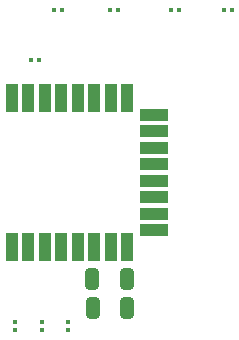
<source format=gbr>
%TF.GenerationSoftware,KiCad,Pcbnew,7.0.10*%
%TF.CreationDate,2024-02-28T22:59:02-05:00*%
%TF.ProjectId,DW1000 BU-01,44573130-3030-4204-9255-2d30312e6b69,rev?*%
%TF.SameCoordinates,Original*%
%TF.FileFunction,Paste,Top*%
%TF.FilePolarity,Positive*%
%FSLAX46Y46*%
G04 Gerber Fmt 4.6, Leading zero omitted, Abs format (unit mm)*
G04 Created by KiCad (PCBNEW 7.0.10) date 2024-02-28 22:59:02*
%MOMM*%
%LPD*%
G01*
G04 APERTURE LIST*
G04 Aperture macros list*
%AMRoundRect*
0 Rectangle with rounded corners*
0 $1 Rounding radius*
0 $2 $3 $4 $5 $6 $7 $8 $9 X,Y pos of 4 corners*
0 Add a 4 corners polygon primitive as box body*
4,1,4,$2,$3,$4,$5,$6,$7,$8,$9,$2,$3,0*
0 Add four circle primitives for the rounded corners*
1,1,$1+$1,$2,$3*
1,1,$1+$1,$4,$5*
1,1,$1+$1,$6,$7*
1,1,$1+$1,$8,$9*
0 Add four rect primitives between the rounded corners*
20,1,$1+$1,$2,$3,$4,$5,0*
20,1,$1+$1,$4,$5,$6,$7,0*
20,1,$1+$1,$6,$7,$8,$9,0*
20,1,$1+$1,$8,$9,$2,$3,0*%
G04 Aperture macros list end*
%ADD10RoundRect,0.079500X0.079500X0.100500X-0.079500X0.100500X-0.079500X-0.100500X0.079500X-0.100500X0*%
%ADD11RoundRect,0.250000X-0.325000X-0.650000X0.325000X-0.650000X0.325000X0.650000X-0.325000X0.650000X0*%
%ADD12RoundRect,0.079500X-0.100500X0.079500X-0.100500X-0.079500X0.100500X-0.079500X0.100500X0.079500X0*%
%ADD13R,1.000000X2.450000*%
%ADD14R,2.450000X1.000000*%
%ADD15RoundRect,0.079500X-0.079500X-0.100500X0.079500X-0.100500X0.079500X0.100500X-0.079500X0.100500X0*%
G04 APERTURE END LIST*
D10*
%TO.C,R5*%
X2750000Y-10250000D03*
X2060000Y-10250000D03*
%TD*%
D11*
%TO.C,C2*%
X7275000Y-28750000D03*
X10225000Y-28750000D03*
%TD*%
%TO.C,C1*%
X7300000Y-31250000D03*
X10250000Y-31250000D03*
%TD*%
D12*
%TO.C,R7*%
X3000000Y-32405000D03*
X3000000Y-33095000D03*
%TD*%
D10*
%TO.C,R3*%
X14595000Y-6000000D03*
X13905000Y-6000000D03*
%TD*%
D13*
%TO.C,DWM1*%
X451200Y-26050000D03*
X1851200Y-26050000D03*
X3251200Y-26050000D03*
X4651200Y-26050000D03*
X6051200Y-26050000D03*
X7451200Y-26050000D03*
X8851200Y-26050000D03*
X10251200Y-26050000D03*
D14*
X12546200Y-24650000D03*
X12546200Y-23250000D03*
X12546200Y-21850000D03*
X12546200Y-20450000D03*
X12546200Y-19050000D03*
X12546200Y-17650000D03*
X12546200Y-16250000D03*
X12546200Y-14850000D03*
D13*
X10250000Y-13450000D03*
X8850000Y-13450000D03*
X7451200Y-13450000D03*
X6051200Y-13450000D03*
X4651200Y-13450000D03*
X3251200Y-13450000D03*
X1851200Y-13450000D03*
X451200Y-13450000D03*
%TD*%
D10*
%TO.C,R2*%
X9440000Y-6000000D03*
X8750000Y-6000000D03*
%TD*%
D15*
%TO.C,R4*%
X18405000Y-6000000D03*
X19095000Y-6000000D03*
%TD*%
D10*
%TO.C,R1*%
X4750000Y-6000000D03*
X4060000Y-6000000D03*
%TD*%
D12*
%TO.C,R6*%
X750000Y-32405000D03*
X750000Y-33095000D03*
%TD*%
%TO.C,R8*%
X5250000Y-32405000D03*
X5250000Y-33095000D03*
%TD*%
M02*

</source>
